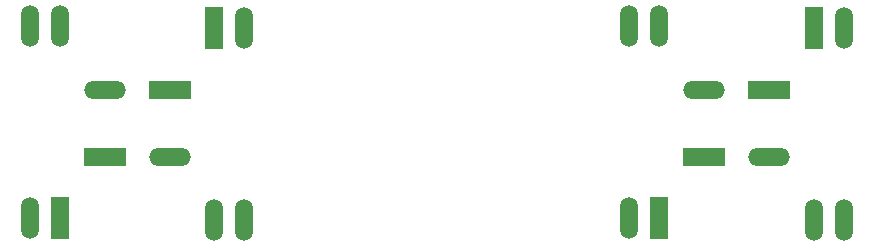
<source format=gbr>
G04*
G04 #@! TF.GenerationSoftware,Altium Limited,Altium Designer,25.0.2 (28)*
G04*
G04 Layer_Color=128*
%FSLAX44Y44*%
%MOMM*%
G71*
G04*
G04 #@! TF.SameCoordinates,8B6BD92A-2743-4FC7-A306-186CE1EE4446*
G04*
G04*
G04 #@! TF.FilePolarity,Positive*
G04*
G01*
G75*
%ADD31O,1.5240X3.5400*%
%ADD32R,1.5240X3.5400*%
%ADD33R,3.5400X1.5240*%
%ADD34O,3.5400X1.5240*%
D31*
X338740Y206910D02*
D03*
X313340D02*
D03*
X338740Y369470D02*
D03*
X156990Y208470D02*
D03*
X182390Y371030D02*
D03*
X156990D02*
D03*
X846260Y206910D02*
D03*
X820860D02*
D03*
X846260Y369470D02*
D03*
X664510Y208470D02*
D03*
X689910Y371030D02*
D03*
X664510D02*
D03*
D32*
X313340Y369470D02*
D03*
X182390Y208470D02*
D03*
X820860Y369470D02*
D03*
X689910Y208470D02*
D03*
D33*
X220240Y260470D02*
D03*
X275490Y317470D02*
D03*
X727760Y260470D02*
D03*
X783010Y317470D02*
D03*
D34*
X220240D02*
D03*
X275490Y260470D02*
D03*
X727760Y317470D02*
D03*
X783010Y260470D02*
D03*
M02*

</source>
